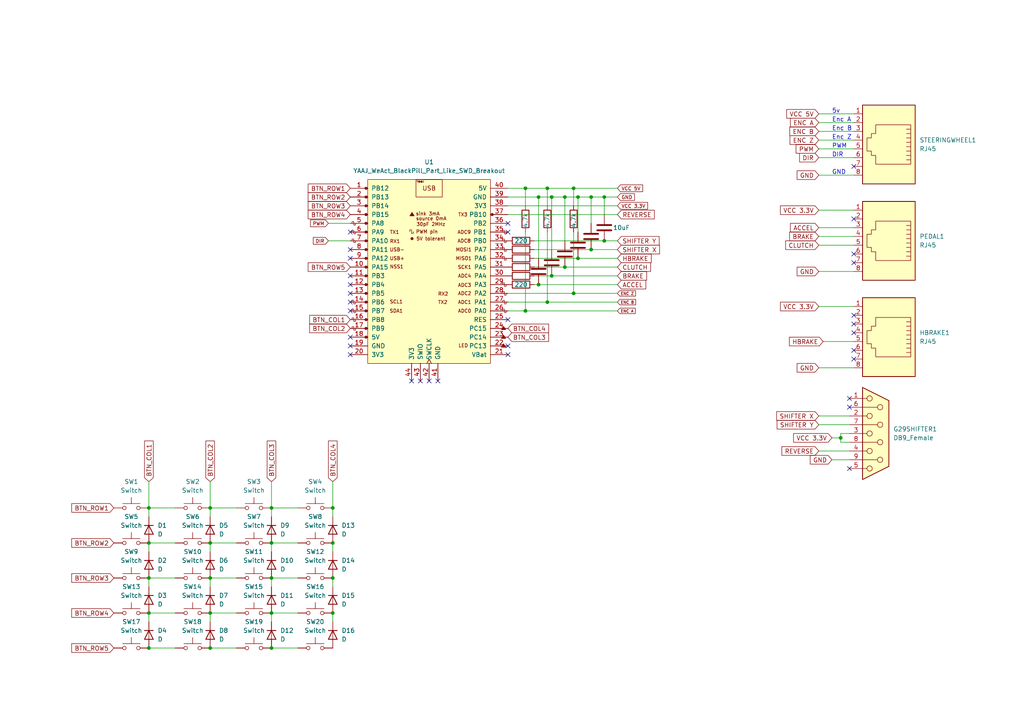
<source format=kicad_sch>
(kicad_sch (version 20211123) (generator eeschema)
  (paper "A4")
  (lib_symbols
    (symbol "Connector:DB9_Female" (pin_names (offset 1.016) hide)
      (property "Reference" "J" (at 0 13.97 0))
      (property "Value" "DB9_Female" (at 0 -14.605 0))
      (symbol "DB9_Female_0_1"
        (circle (center -1.778 -10.16) (radius 0.762))
        (circle (center -1.778 -5.08) (radius 0.762))
        (circle (center -1.778 0) (radius 0.762))
        (circle (center -1.778 5.08) (radius 0.762))
        (circle (center -1.778 10.16) (radius 0.762))
        (polyline (pts (xy -3.81 -10.16) (xy -2.54 -10.16)))
        (polyline (pts (xy -3.81 -7.62) (xy 0.508 -7.62)))
        (polyline (pts (xy -3.81 -5.08) (xy -2.54 -5.08)))
        (polyline (pts (xy -3.81 -2.54) (xy 0.508 -2.54)))
        (polyline (pts (xy -3.81 0) (xy -2.54 0)))
        (polyline (pts (xy -3.81 2.54) (xy 0.508 2.54)))
        (polyline (pts (xy -3.81 5.08) (xy -2.54 5.08)))
        (polyline (pts (xy -3.81 7.62) (xy 0.508 7.62)))
        (polyline (pts (xy -3.81 10.16) (xy -2.54 10.16)))
        (polyline (pts (xy -3.81 13.335) (xy -3.81 -13.335) (xy 3.81 -9.525) (xy 3.81 9.525) (xy -3.81 13.335)) (stroke (width 0.254)) (fill (type background)))
        (circle (center 1.27 -7.62) (radius 0.762))
        (circle (center 1.27 -2.54) (radius 0.762))
        (circle (center 1.27 2.54) (radius 0.762))
        (circle (center 1.27 7.62) (radius 0.762))
      )
      (symbol "DB9_Female_1_1"
        (pin passive line (at -7.62 10.16 0) (length 3.81) (name "1") (number "1"))
        (pin passive line (at -7.62 5.08 0) (length 3.81) (name "2") (number "2"))
        (pin passive line (at -7.62 0 0) (length 3.81) (name "3") (number "3"))
        (pin passive line (at -7.62 -5.08 0) (length 3.81) (name "4") (number "4"))
        (pin passive line (at -7.62 -10.16 0) (length 3.81) (name "5") (number "5"))
        (pin passive line (at -7.62 7.62 0) (length 3.81) (name "6") (number "6"))
        (pin passive line (at -7.62 2.54 0) (length 3.81) (name "7") (number "7"))
        (pin passive line (at -7.62 -2.54 0) (length 3.81) (name "8") (number "8"))
        (pin passive line (at -7.62 -7.62 0) (length 3.81) (name "9") (number "9"))
      )
    )
    (symbol "Connector:RJ45" (pin_names (offset 1.016))
      (property "Reference" "J" (at -5.08 13.97 0))
      (property "Value" "RJ45" (at 2.54 13.97 0))
      (symbol "RJ45_0_1"
        (polyline (pts (xy -5.08 4.445) (xy -6.35 4.445)))
        (polyline (pts (xy -5.08 5.715) (xy -6.35 5.715)))
        (polyline (pts (xy -6.35 -3.175) (xy -5.08 -3.175) (xy -5.08 -3.175)))
        (polyline (pts (xy -6.35 -1.905) (xy -5.08 -1.905) (xy -5.08 -1.905)))
        (polyline (pts (xy -6.35 -0.635) (xy -5.08 -0.635) (xy -5.08 -0.635)))
        (polyline (pts (xy -6.35 0.635) (xy -5.08 0.635) (xy -5.08 0.635)))
        (polyline (pts (xy -6.35 1.905) (xy -5.08 1.905) (xy -5.08 1.905)))
        (polyline (pts (xy -5.08 3.175) (xy -6.35 3.175) (xy -6.35 3.175)))
        (polyline (pts (xy -6.35 -4.445) (xy -6.35 6.985) (xy 3.81 6.985) (xy 3.81 4.445) (xy 5.08 4.445) (xy 5.08 3.175) (xy 6.35 3.175) (xy 6.35 -0.635) (xy 5.08 -0.635) (xy 5.08 -1.905) (xy 3.81 -1.905) (xy 3.81 -4.445) (xy -6.35 -4.445) (xy -6.35 -4.445)))
        (rectangle (start 7.62 12.7) (end -7.62 -10.16) (stroke (width 0.254)) (fill (type background)))
      )
      (symbol "RJ45_1_1"
        (pin passive line (at 10.16 -7.62 180) (length 2.54) (name "~") (number "1"))
        (pin passive line (at 10.16 -5.08 180) (length 2.54) (name "~") (number "2"))
        (pin passive line (at 10.16 -2.54 180) (length 2.54) (name "~") (number "3"))
        (pin passive line (at 10.16 0 180) (length 2.54) (name "~") (number "4"))
        (pin passive line (at 10.16 2.54 180) (length 2.54) (name "~") (number "5"))
        (pin passive line (at 10.16 5.08 180) (length 2.54) (name "~") (number "6"))
        (pin passive line (at 10.16 7.62 180) (length 2.54) (name "~") (number "7"))
        (pin passive line (at 10.16 10.16 180) (length 2.54) (name "~") (number "8"))
      )
    )
    (symbol "Device:C" (pin_numbers hide) (pin_names (offset 0.254))
      (property "Reference" "C" (at 0.635 2.54 0))
      (property "Value" "C" (at 0.635 -2.54 0))
      (symbol "C_0_1"
        (polyline (pts (xy -2.032 -0.762) (xy 2.032 -0.762)) (stroke (width 0.508)))
        (polyline (pts (xy -2.032 0.762) (xy 2.032 0.762)) (stroke (width 0.508)))
      )
      (symbol "C_1_1"
        (pin passive line (at 0 3.81 270) (length 2.794) (name "~") (number "1"))
        (pin passive line (at 0 -3.81 90) (length 2.794) (name "~") (number "2"))
      )
    )
    (symbol "Device:D" (pin_numbers hide) (pin_names (offset 1.016) hide)
      (property "Reference" "D" (at 0 2.54 0))
      (property "Value" "D" (at 0 -2.54 0))
      (symbol "D_0_1"
        (polyline (pts (xy -1.27 1.27) (xy -1.27 -1.27)) (stroke (width 0.254)))
        (polyline (pts (xy 1.27 0) (xy -1.27 0)))
        (polyline (pts (xy 1.27 1.27) (xy 1.27 -1.27) (xy -1.27 0) (xy 1.27 1.27)) (stroke (width 0.254)))
      )
      (symbol "D_1_1"
        (pin passive line (at -3.81 0 0) (length 2.54) (name "K") (number "1"))
        (pin passive line (at 3.81 0 180) (length 2.54) (name "A") (number "2"))
      )
    )
    (symbol "Device:R" (pin_numbers hide) (pin_names (offset 0))
      (property "Reference" "R" (at 2.032 0 90))
      (property "Value" "R" (at 0 0 90))
      (symbol "R_0_1"
        (rectangle (start -1.016 -2.54) (end 1.016 2.54) (stroke (width 0.254)))
      )
      (symbol "R_1_1"
        (pin passive line (at 0 3.81 270) (length 1.27) (name "~") (number "1"))
        (pin passive line (at 0 -3.81 90) (length 1.27) (name "~") (number "2"))
      )
    )
    (symbol "Switch:SW_Push" (pin_numbers hide) (pin_names (offset 1.016) hide)
      (property "Reference" "SW" (at 1.27 2.54 0))
      (property "Value" "SW_Push" (at 0 -1.524 0))
      (symbol "SW_Push_0_1"
        (circle (center -2.032 0) (radius 0.508))
        (polyline (pts (xy 0 1.27) (xy 0 3.048)))
        (polyline (pts (xy 2.54 1.27) (xy -2.54 1.27)))
        (circle (center 2.032 0) (radius 0.508))
        (pin passive line (at -5.08 0 0) (length 2.54) (name "1") (number "1"))
        (pin passive line (at 5.08 0 180) (length 2.54) (name "2") (number "2"))
      )
    )
    (symbol "YAAJ_WeAct_BlackPill_Part_Like_SWD_Breakout:YAAJ_WeAct_BlackPill_Part_Like_SWD_Breakout" (pin_names (offset 1.016))
      (property "Reference" "U" (at -17.526 27.94 0))
      (property "Value" "YAAJ_WeAct_BlackPill_Part_Like_SWD_Breakout" (at 9.144 27.94 0))
      (symbol "YAAJ_WeAct_BlackPill_Part_Like_SWD_Breakout_0_0"
        (circle (center -18.288 -20.32) (radius 0.3556) (fill (type outline)))
        (circle (center -18.288 -17.78) (radius 0.3556) (fill (type outline)))
        (circle (center -18.288 -15.24) (radius 0.3556) (fill (type outline)))
        (circle (center -18.288 -12.7) (radius 0.3556) (fill (type outline)))
        (circle (center -18.288 -10.16) (radius 0.3556) (fill (type outline)))
        (circle (center -18.288 -7.62) (radius 0.3556) (fill (type outline)))
        (circle (center -18.288 -5.08) (radius 0.3556) (fill (type outline)))
        (circle (center -18.288 -2.54) (radius 0.3556) (fill (type outline)))
        (circle (center -18.288 0) (radius 0.3556) (fill (type outline)))
        (circle (center -18.288 2.54) (radius 0.3556) (fill (type outline)))
        (circle (center -18.288 5.08) (radius 0.3556) (fill (type outline)))
        (circle (center -18.288 7.62) (radius 0.3556) (fill (type outline)))
        (circle (center -18.288 10.16) (radius 0.3556) (fill (type outline)))
        (circle (center -18.288 12.7) (radius 0.3556) (fill (type outline)))
        (circle (center -18.288 15.24) (radius 0.3556) (fill (type outline)))
        (circle (center -18.288 17.78) (radius 0.3556) (fill (type outline)))
        (circle (center -18.288 22.86) (radius 0.3556) (fill (type outline)))
        (circle (center -4.953 8.255) (radius 0.127) (fill (type outline)))
        (circle (center -4.953 8.255) (radius 0.254))
        (circle (center -4.953 8.255) (radius 0.3556))
        (polyline (pts (xy -5.588 14.859) (xy -4.953 15.875) (xy -4.318 14.859) (xy -5.588 14.859) (xy -4.953 15.748) (xy -4.445 14.859) (xy -5.461 14.986) (xy -4.953 15.621) (xy -4.572 14.859) (xy -5.334 15.113) (xy -4.826 15.494) (xy -4.699 14.859) (xy -5.207 15.24) (xy -4.699 15.367) (xy -4.826 14.986) (xy -5.08 15.24) (xy -4.826 15.113) (xy -4.953 15.367)))
        (polyline (pts (xy 20.955 -23.241) (xy 21.59 -22.225) (xy 22.225 -23.241) (xy 20.955 -23.241) (xy 21.59 -22.352) (xy 22.098 -23.241) (xy 21.082 -23.114) (xy 21.59 -22.479) (xy 21.971 -23.241) (xy 21.209 -22.987) (xy 21.717 -22.606) (xy 21.844 -23.241) (xy 21.336 -22.86) (xy 21.844 -22.733) (xy 21.717 -23.114) (xy 21.463 -22.86) (xy 21.717 -22.987) (xy 21.59 -22.733)))
        (polyline (pts (xy 20.955 -20.701) (xy 21.59 -19.685) (xy 22.225 -20.701) (xy 20.955 -20.701) (xy 21.59 -19.812) (xy 22.098 -20.701) (xy 21.082 -20.574) (xy 21.59 -19.939) (xy 21.971 -20.701) (xy 21.209 -20.447) (xy 21.717 -20.066) (xy 21.844 -20.701) (xy 21.336 -20.32) (xy 21.844 -20.193) (xy 21.717 -20.574) (xy 21.463 -20.32) (xy 21.717 -20.447) (xy 21.59 -20.193)))
        (polyline (pts (xy 20.955 -18.161) (xy 21.59 -17.145) (xy 22.225 -18.161) (xy 20.955 -18.161) (xy 21.59 -17.272) (xy 22.098 -18.161) (xy 21.082 -18.034) (xy 21.59 -17.399) (xy 21.971 -18.161) (xy 21.209 -17.907) (xy 21.717 -17.526) (xy 21.844 -18.161) (xy 21.336 -17.78) (xy 21.844 -17.653) (xy 21.717 -18.034) (xy 21.463 -17.78) (xy 21.717 -17.907) (xy 21.59 -17.653)))
        (circle (center 18.288 15.24) (radius 0.254) (fill (type outline)))
        (circle (center 18.288 15.24) (radius 0.3556))
        (text "30pF 2MHz" (at 0.508 12.446 0) (effects (font (size 0.9906 0.9906))))
        (text "5V tolerant" (at 0.508 8.255 0) (effects (font (size 0.9906 0.9906))))
        (text "ADC0" (at 10.287 -12.7 0) (effects (font (size 0.9906 0.9906))))
        (text "ADC1" (at 10.287 -10.16 0) (effects (font (size 0.9906 0.9906))))
        (text "ADC2" (at 10.287 -7.62 0) (effects (font (size 0.9906 0.9906))))
        (text "ADC3" (at 10.287 -5.207 0) (effects (font (size 0.9906 0.9906))))
        (text "ADC4" (at 10.287 -2.54 0) (effects (font (size 0.9906 0.9906))))
        (text "ADC8" (at 10.16 7.62 0) (effects (font (size 0.9906 0.9906))))
        (text "ADC9" (at 10.16 10.16 0) (effects (font (size 0.9906 0.9906))))
        (text "LED" (at 9.906 -22.733 0) (effects (font (size 0.9906 0.9906))))
        (text "MISO1" (at 10.033 2.54 0) (effects (font (size 0.9906 0.9906))))
        (text "MOSI1" (at 10.033 5.08 0) (effects (font (size 0.9906 0.9906))))
        (text "NSS1" (at -9.398 0.127 0) (effects (font (size 0.9906 0.9906))))
        (text "PWM pin" (at -0.635 10.287 0) (effects (font (size 0.9906 0.9906))))
        (text "RX1" (at -9.906 7.493 0) (effects (font (size 0.9906 0.9906))))
        (text "RX2" (at 4.064 -7.747 0) (effects (font (size 0.9906 0.9906))))
        (text "SCK1" (at 10.287 0 0) (effects (font (size 0.9906 0.9906))))
        (text "SCL1" (at -9.525 -10.033 0) (effects (font (size 0.9906 0.9906))))
        (text "SDA1" (at -9.525 -12.7 0) (effects (font (size 0.9906 0.9906))))
        (text "sink 3mA" (at -0.381 15.494 0) (effects (font (size 0.9906 0.9906))))
        (text "source 0mA" (at 0.635 14.097 0) (effects (font (size 0.9906 0.9906))))
        (text "TX1" (at -10.033 10.16 0) (effects (font (size 0.9906 0.9906))))
        (text "TX2" (at 3.937 -10.16 0) (effects (font (size 0.9906 0.9906))))
        (text "TX3" (at 9.779 15.24 0) (effects (font (size 0.9906 0.9906))))
        (text "USB" (at 0 22.86 0) (effects (font (size 1.27 1.27))))
        (text "USB+" (at -9.271 2.54 0) (effects (font (size 0.9906 0.9906))))
        (text "USB-" (at -9.271 5.08 0) (effects (font (size 0.9906 0.9906))))
        (text "Y@@J" (at -2.5654 24.8412 0) (effects (font (size 0.508 0.508))))
      )
      (symbol "YAAJ_WeAct_BlackPill_Part_Like_SWD_Breakout_0_1"
        (rectangle (start -17.78 25.4) (end 17.78 -27.94) (fill (type background)))
        (polyline (pts (xy -21.336 -17.78) (xy -21.336 -18.288) (xy -21.844 -18.288) (xy -21.844 -17.272) (xy -22.352 -17.272) (xy -22.352 -17.78)))
        (polyline (pts (xy -21.336 -15.24) (xy -21.336 -15.748) (xy -21.844 -15.748) (xy -21.844 -14.732) (xy -22.352 -14.732) (xy -22.352 -15.24)))
        (polyline (pts (xy -21.336 -12.7) (xy -21.336 -13.208) (xy -21.844 -13.208) (xy -21.844 -12.192) (xy -22.352 -12.192) (xy -22.352 -12.7)))
        (polyline (pts (xy -21.336 -10.16) (xy -21.336 -10.668) (xy -21.844 -10.668) (xy -21.844 -9.652) (xy -22.352 -9.652) (xy -22.352 -10.16)))
        (polyline (pts (xy -21.336 7.62) (xy -21.336 7.112) (xy -21.844 7.112) (xy -21.844 8.128) (xy -22.352 8.128) (xy -22.352 7.62)))
        (polyline (pts (xy -21.336 10.16) (xy -21.336 9.652) (xy -21.844 9.652) (xy -21.844 10.668) (xy -22.352 10.668) (xy -22.352 10.16)))
        (polyline (pts (xy -21.336 12.7) (xy -21.336 12.192) (xy -21.844 12.192) (xy -21.844 13.208) (xy -22.352 13.208) (xy -22.352 12.7)))
        (polyline (pts (xy -4.572 10.287) (xy -4.572 9.779) (xy -5.08 9.779) (xy -5.08 10.795) (xy -5.588 10.795) (xy -5.588 10.287)))
        (polyline (pts (xy 22.352 -12.7) (xy 22.352 -13.208) (xy 21.844 -13.208) (xy 21.844 -12.192) (xy 21.336 -12.192) (xy 21.336 -12.7)))
        (polyline (pts (xy 22.352 -10.16) (xy 22.352 -10.668) (xy 21.844 -10.668) (xy 21.844 -9.652) (xy 21.336 -9.652) (xy 21.336 -10.16)))
        (polyline (pts (xy 22.352 -7.62) (xy 22.352 -8.128) (xy 21.844 -8.128) (xy 21.844 -7.112) (xy 21.336 -7.112) (xy 21.336 -7.62)))
        (polyline (pts (xy 22.352 -5.08) (xy 22.352 -5.588) (xy 21.844 -5.588) (xy 21.844 -4.572) (xy 21.336 -4.572) (xy 21.336 -5.08)))
        (polyline (pts (xy 22.352 2.54) (xy 22.352 2.032) (xy 21.844 2.032) (xy 21.844 3.048) (xy 21.336 3.048) (xy 21.336 2.54)))
        (polyline (pts (xy 22.352 5.08) (xy 22.352 4.572) (xy 21.844 4.572) (xy 21.844 5.588) (xy 21.336 5.588) (xy 21.336 5.08)))
        (polyline (pts (xy 22.352 7.62) (xy 22.352 7.112) (xy 21.844 7.112) (xy 21.844 8.128) (xy 21.336 8.128) (xy 21.336 7.62)))
        (polyline (pts (xy 22.352 10.16) (xy 22.352 9.652) (xy 21.844 9.652) (xy 21.844 10.668) (xy 21.336 10.668) (xy 21.336 10.16)))
        (rectangle (start 3.81 25.4) (end -3.81 20.32))
      )
      (symbol "YAAJ_WeAct_BlackPill_Part_Like_SWD_Breakout_1_1"
        (circle (center -18.288 20.32) (radius 0.3556) (fill (type outline)))
        (pin bidirectional line (at -22.86 22.86 0) (length 5.08) (name "PB12") (number "1"))
        (pin bidirectional line (at -22.86 0 0) (length 5.08) (name "PA15") (number "10"))
        (pin bidirectional line (at -22.86 -2.54 0) (length 5.08) (name "PB3") (number "11"))
        (pin bidirectional line (at -22.86 -5.08 0) (length 5.08) (name "PB4") (number "12"))
        (pin bidirectional line (at -22.86 -7.62 0) (length 5.08) (name "PB5") (number "13"))
        (pin bidirectional line (at -22.86 -10.16 0) (length 5.08) (name "PB6") (number "14"))
        (pin bidirectional line (at -22.86 -12.7 0) (length 5.08) (name "PB7") (number "15"))
        (pin bidirectional line (at -22.86 -15.24 0) (length 5.08) (name "PB8") (number "16"))
        (pin bidirectional line (at -22.86 -17.78 0) (length 5.08) (name "PB9") (number "17"))
        (pin power_in line (at -22.86 -20.32 0) (length 5.08) (name "5V") (number "18"))
        (pin power_in line (at -22.86 -22.86 0) (length 5.08) (name "GND") (number "19"))
        (pin bidirectional line (at -22.86 20.32 0) (length 5.08) (name "PB13") (number "2"))
        (pin power_in line (at -22.86 -25.4 0) (length 5.08) (name "3V3") (number "20"))
        (pin power_in line (at 22.86 -25.4 180) (length 5.08) (name "VBat") (number "21"))
        (pin bidirectional line (at 22.86 -22.86 180) (length 5.08) (name "PC13") (number "22"))
        (pin bidirectional line (at 22.86 -20.32 180) (length 5.08) (name "PC14") (number "23"))
        (pin bidirectional line (at 22.86 -17.78 180) (length 5.08) (name "PC15") (number "24"))
        (pin input line (at 22.86 -15.24 180) (length 5.08) (name "RES") (number "25"))
        (pin bidirectional line (at 22.86 -12.7 180) (length 5.08) (name "PA0") (number "26"))
        (pin bidirectional line (at 22.86 -10.16 180) (length 5.08) (name "PA1") (number "27"))
        (pin bidirectional line (at 22.86 -7.62 180) (length 5.08) (name "PA2") (number "28"))
        (pin bidirectional line (at 22.86 -5.08 180) (length 5.08) (name "PA3") (number "29"))
        (pin bidirectional line (at -22.86 17.78 0) (length 5.08) (name "PB14") (number "3"))
        (pin bidirectional line (at 22.86 -2.54 180) (length 5.08) (name "PA4") (number "30"))
        (pin bidirectional line (at 22.86 0 180) (length 5.08) (name "PA5") (number "31"))
        (pin bidirectional line (at 22.86 2.54 180) (length 5.08) (name "PA6") (number "32"))
        (pin bidirectional line (at 22.86 5.08 180) (length 5.08) (name "PA7") (number "33"))
        (pin bidirectional line (at 22.86 7.62 180) (length 5.08) (name "PB0") (number "34"))
        (pin bidirectional line (at 22.86 10.16 180) (length 5.08) (name "PB1") (number "35"))
        (pin bidirectional line (at 22.86 12.7 180) (length 5.08) (name "PB2") (number "36"))
        (pin bidirectional line (at 22.86 15.24 180) (length 5.08) (name "PB10") (number "37"))
        (pin power_in line (at 22.86 17.78 180) (length 5.08) (name "3V3") (number "38"))
        (pin power_in line (at 22.86 20.32 180) (length 5.08) (name "GND") (number "39"))
        (pin bidirectional line (at -22.86 15.24 0) (length 5.08) (name "PB15") (number "4"))
        (pin power_in line (at 22.86 22.86 180) (length 5.08) (name "5V") (number "40"))
        (pin power_in line (at 2.54 -33.02 90) (length 5.08) (name "GND") (number "41"))
        (pin bidirectional clock (at 0 -33.02 90) (length 5.08) (name "SWCLK") (number "42"))
        (pin bidirectional line (at -2.54 -33.02 90) (length 5.08) (name "SWIO") (number "43"))
        (pin power_in line (at -5.08 -33.02 90) (length 5.08) (name "3V3") (number "44"))
        (pin bidirectional line (at -22.86 12.7 0) (length 5.08) (name "PA8") (number "5"))
        (pin bidirectional line (at -22.86 10.16 0) (length 5.08) (name "PA9") (number "6"))
        (pin bidirectional line (at -22.86 7.62 0) (length 5.08) (name "PA10") (number "7"))
        (pin bidirectional line (at -22.86 5.08 0) (length 5.08) (name "PA11") (number "8"))
        (pin bidirectional line (at -22.86 2.54 0) (length 5.08) (name "PA12") (number "9"))
      )
    )
  )
  (junction (at 166.37 85.09))
  (junction (at 243.84 127))
  (junction (at 60.96 177.8))
  (junction (at 96.52 167.64))
  (junction (at 60.96 187.96))
  (junction (at 60.96 157.48))
  (junction (at 166.37 54.61))
  (junction (at 163.83 77.47))
  (junction (at 96.52 177.8))
  (junction (at 43.18 167.64))
  (junction (at 78.74 147.32))
  (junction (at 152.4 90.17))
  (junction (at 175.26 69.85))
  (junction (at 167.64 57.15))
  (junction (at 156.21 82.55))
  (junction (at 60.96 147.32))
  (junction (at 96.52 157.48))
  (junction (at 78.74 167.64))
  (junction (at 43.18 187.96))
  (junction (at 160.02 80.01))
  (junction (at 152.4 54.61))
  (junction (at 163.83 57.15))
  (junction (at 171.45 57.15))
  (junction (at 171.45 72.39))
  (junction (at 160.02 57.15))
  (junction (at 175.26 57.15))
  (junction (at 43.18 147.32))
  (junction (at 156.21 57.15))
  (junction (at 43.18 157.48))
  (junction (at 158.75 87.63))
  (junction (at 43.18 177.8))
  (junction (at 167.64 74.93))
  (junction (at 78.74 177.8))
  (junction (at 78.74 187.96))
  (junction (at 78.74 157.48))
  (junction (at 158.75 54.61))
  (junction (at 60.96 167.64))
  (junction (at 96.52 147.32))
  (no_connect (at 247.65 48.26))
  (no_connect (at 247.65 76.2))
  (no_connect (at 247.65 73.66))
  (no_connect (at 247.65 63.5))
  (no_connect (at 247.65 104.14))
  (no_connect (at 247.65 101.6))
  (no_connect (at 247.65 96.52))
  (no_connect (at 247.65 93.98))
  (no_connect (at 247.65 91.44))
  (no_connect (at 246.38 115.57))
  (no_connect (at 246.38 118.11))
  (no_connect (at 246.38 135.89))
  (no_connect (at 101.6 85.09))
  (no_connect (at 101.6 82.55))
  (no_connect (at 101.6 80.01))
  (no_connect (at 101.6 74.93))
  (no_connect (at 101.6 72.39))
  (no_connect (at 101.6 67.31))
  (no_connect (at 101.6 87.63))
  (no_connect (at 101.6 90.17))
  (no_connect (at 101.6 97.79))
  (no_connect (at 101.6 102.87))
  (no_connect (at 101.6 100.33))
  (no_connect (at 147.32 102.87))
  (no_connect (at 147.32 100.33))
  (no_connect (at 147.32 92.71))
  (no_connect (at 147.32 67.31))
  (no_connect (at 147.32 64.77))
  (no_connect (at 127 110.49))
  (no_connect (at 124.46 110.49))
  (no_connect (at 121.92 110.49))
  (no_connect (at 119.38 110.49))
  (wire (pts (xy 43.18 147.32) (xy 43.18 149.86)))
  (wire (pts (xy 156.21 57.15) (xy 156.21 74.93)))
  (wire (pts (xy 43.18 177.8) (xy 50.8 177.8)))
  (wire (pts (xy 163.83 57.15) (xy 163.83 69.85)))
  (wire (pts (xy 60.96 157.48) (xy 60.96 160.02)))
  (wire (pts (xy 237.49 66.04) (xy 247.65 66.04)))
  (wire (pts (xy 43.18 187.96) (xy 50.8 187.96)))
  (wire (pts (xy 237.49 106.68) (xy 247.65 106.68)))
  (wire (pts (xy 147.32 90.17) (xy 152.4 90.17)))
  (wire (pts (xy 60.96 177.8) (xy 60.96 180.34)))
  (wire (pts (xy 78.74 167.64) (xy 78.74 170.18)))
  (wire (pts (xy 60.96 177.8) (xy 68.58 177.8)))
  (wire (pts (xy 160.02 57.15) (xy 163.83 57.15)))
  (wire (pts (xy 154.94 82.55) (xy 156.21 82.55)))
  (wire (pts (xy 163.83 57.15) (xy 167.64 57.15)))
  (wire (pts (xy 171.45 57.15) (xy 175.26 57.15)))
  (wire (pts (xy 96.52 167.64) (xy 96.52 170.18)))
  (wire (pts (xy 152.4 90.17) (xy 179.07 90.17)))
  (wire (pts (xy 175.26 57.15) (xy 175.26 62.23)))
  (wire (pts (xy 154.94 80.01) (xy 160.02 80.01)))
  (wire (pts (xy 60.96 167.64) (xy 60.96 170.18)))
  (wire (pts (xy 166.37 67.31) (xy 166.37 85.09)))
  (wire (pts (xy 167.64 57.15) (xy 167.64 67.31)))
  (wire (pts (xy 167.64 74.93) (xy 179.07 74.93)))
  (wire (pts (xy 78.74 177.8) (xy 86.36 177.8)))
  (wire (pts (xy 60.96 147.32) (xy 60.96 149.86)))
  (wire (pts (xy 147.32 85.09) (xy 166.37 85.09)))
  (wire (pts (xy 160.02 72.39) (xy 160.02 57.15)))
  (wire (pts (xy 147.32 54.61) (xy 152.4 54.61)))
  (wire (pts (xy 158.75 67.31) (xy 158.75 87.63)))
  (wire (pts (xy 167.64 57.15) (xy 171.45 57.15)))
  (wire (pts (xy 147.32 57.15) (xy 156.21 57.15)))
  (wire (pts (xy 78.74 157.48) (xy 86.36 157.48)))
  (wire (pts (xy 237.49 35.56) (xy 247.65 35.56)))
  (wire (pts (xy 246.38 125.73) (xy 243.84 125.73)))
  (wire (pts (xy 237.49 33.02) (xy 247.65 33.02)))
  (wire (pts (xy 237.49 71.12) (xy 247.65 71.12)))
  (wire (pts (xy 43.18 167.64) (xy 50.8 167.64)))
  (wire (pts (xy 96.52 139.7) (xy 96.52 147.32)))
  (wire (pts (xy 158.75 87.63) (xy 179.07 87.63)))
  (wire (pts (xy 96.52 147.32) (xy 96.52 149.86)))
  (wire (pts (xy 60.96 157.48) (xy 68.58 157.48)))
  (wire (pts (xy 60.96 167.64) (xy 68.58 167.64)))
  (wire (pts (xy 160.02 80.01) (xy 179.07 80.01)))
  (wire (pts (xy 43.18 139.7) (xy 43.18 147.32)))
  (wire (pts (xy 60.96 187.96) (xy 68.58 187.96)))
  (wire (pts (xy 238.76 99.06) (xy 247.65 99.06)))
  (wire (pts (xy 156.21 82.55) (xy 179.07 82.55)))
  (wire (pts (xy 237.49 120.65) (xy 246.38 120.65)))
  (wire (pts (xy 78.74 167.64) (xy 86.36 167.64)))
  (wire (pts (xy 147.32 87.63) (xy 158.75 87.63)))
  (wire (pts (xy 43.18 157.48) (xy 50.8 157.48)))
  (wire (pts (xy 237.49 123.19) (xy 246.38 123.19)))
  (wire (pts (xy 237.49 38.1) (xy 247.65 38.1)))
  (wire (pts (xy 78.74 177.8) (xy 78.74 180.34)))
  (wire (pts (xy 237.49 40.64) (xy 247.65 40.64)))
  (wire (pts (xy 78.74 147.32) (xy 78.74 149.86)))
  (wire (pts (xy 175.26 69.85) (xy 179.07 69.85)))
  (wire (pts (xy 237.49 78.74) (xy 247.65 78.74)))
  (wire (pts (xy 163.83 77.47) (xy 179.07 77.47)))
  (wire (pts (xy 147.32 59.69) (xy 179.07 59.69)))
  (wire (pts (xy 43.18 167.64) (xy 43.18 170.18)))
  (wire (pts (xy 237.49 68.58) (xy 247.65 68.58)))
  (wire (pts (xy 154.94 72.39) (xy 171.45 72.39)))
  (wire (pts (xy 152.4 67.31) (xy 152.4 90.17)))
  (wire (pts (xy 237.49 43.18) (xy 247.65 43.18)))
  (wire (pts (xy 95.25 64.77) (xy 101.6 64.77)))
  (wire (pts (xy 237.49 50.8) (xy 247.65 50.8)))
  (wire (pts (xy 237.49 60.96) (xy 247.65 60.96)))
  (wire (pts (xy 166.37 54.61) (xy 179.07 54.61)))
  (wire (pts (xy 156.21 57.15) (xy 160.02 57.15)))
  (wire (pts (xy 237.49 45.72) (xy 247.65 45.72)))
  (wire (pts (xy 154.94 69.85) (xy 175.26 69.85)))
  (wire (pts (xy 241.3 133.35) (xy 246.38 133.35)))
  (wire (pts (xy 43.18 177.8) (xy 43.18 180.34)))
  (wire (pts (xy 166.37 54.61) (xy 166.37 59.69)))
  (wire (pts (xy 96.52 157.48) (xy 96.52 160.02)))
  (wire (pts (xy 241.3 127) (xy 243.84 127)))
  (wire (pts (xy 171.45 64.77) (xy 171.45 57.15)))
  (wire (pts (xy 147.32 62.23) (xy 179.07 62.23)))
  (wire (pts (xy 95.25 69.85) (xy 101.6 69.85)))
  (wire (pts (xy 43.18 147.32) (xy 50.8 147.32)))
  (wire (pts (xy 171.45 72.39) (xy 179.07 72.39)))
  (wire (pts (xy 158.75 54.61) (xy 166.37 54.61)))
  (wire (pts (xy 60.96 139.7) (xy 60.96 147.32)))
  (wire (pts (xy 166.37 85.09) (xy 179.07 85.09)))
  (wire (pts (xy 237.49 88.9) (xy 247.65 88.9)))
  (wire (pts (xy 152.4 54.61) (xy 152.4 59.69)))
  (wire (pts (xy 152.4 54.61) (xy 158.75 54.61)))
  (wire (pts (xy 78.74 187.96) (xy 86.36 187.96)))
  (wire (pts (xy 243.84 127) (xy 243.84 128.27)))
  (wire (pts (xy 243.84 128.27) (xy 246.38 128.27)))
  (wire (pts (xy 78.74 157.48) (xy 78.74 160.02)))
  (wire (pts (xy 78.74 139.7) (xy 78.74 147.32)))
  (wire (pts (xy 154.94 74.93) (xy 167.64 74.93)))
  (wire (pts (xy 158.75 54.61) (xy 158.75 59.69)))
  (wire (pts (xy 175.26 57.15) (xy 179.07 57.15)))
  (wire (pts (xy 43.18 157.48) (xy 43.18 160.02)))
  (wire (pts (xy 78.74 147.32) (xy 86.36 147.32)))
  (wire (pts (xy 237.49 130.81) (xy 246.38 130.81)))
  (wire (pts (xy 243.84 125.73) (xy 243.84 127)))
  (wire (pts (xy 96.52 177.8) (xy 96.52 180.34)))
  (wire (pts (xy 154.94 77.47) (xy 163.83 77.47)))
  (wire (pts (xy 60.96 147.32) (xy 68.58 147.32)))
  (text "Enc A" (at 241.3 35.56 0) (effects (font (size 1.27 1.27)) (justify left bottom)))
  (text "5v\n" (at 241.3 33.02 0) (effects (font (size 1.27 1.27)) (justify left bottom)))
  (text "PWM" (at 241.3 43.18 0) (effects (font (size 1.27 1.27)) (justify left bottom)))
  (text "DIR" (at 241.3 45.72 0) (effects (font (size 1.27 1.27)) (justify left bottom)))
  (text "GND" (at 241.3 50.8 0) (effects (font (size 1.27 1.27)) (justify left bottom)))
  (text "Enc Z" (at 241.3 40.64 0) (effects (font (size 1.27 1.27)) (justify left bottom)))
  (text "Enc B" (at 241.3 38.1 0) (effects (font (size 1.27 1.27)) (justify left bottom)))
  (global_label "ENC Z" (shape input) (at 237.49 40.64 180) (property "Intersheet References" "${INTERSHEET_REFS}" (effects hide)))
  (global_label "BTN_ROW1" (shape input) (at 101.6 54.61 180) (property "Intersheet References" "${INTERSHEET_REFS}" (effects hide)))
  (global_label "GND" (shape input) (at 179.07 57.15 0) (effects (font (size 1 1))) (property "Intersheet References" "${INTERSHEET_REFS}" (effects hide)))
  (global_label "ACCEL" (shape input) (at 179.07 82.55 0) (property "Intersheet References" "${INTERSHEET_REFS}" (effects hide)))
  (global_label "BTN_ROW1" (shape input) (at 33.02 147.32 180) (property "Intersheet References" "${INTERSHEET_REFS}" (effects hide)))
  (global_label "BTN_ROW2" (shape input) (at 101.6 57.15 180) (property "Intersheet References" "${INTERSHEET_REFS}" (effects hide)))
  (global_label "PWM" (shape input) (at 95.25 64.77 180) (effects (font (size 1 1))) (property "Intersheet References" "${INTERSHEET_REFS}" (effects hide)))
  (global_label "BRAKE" (shape input) (at 179.07 80.01 0) (property "Intersheet References" "${INTERSHEET_REFS}" (effects hide)))
  (global_label "BTN_ROW2" (shape input) (at 33.02 157.48 180) (property "Intersheet References" "${INTERSHEET_REFS}" (effects hide)))
  (global_label "ACCEL" (shape input) (at 237.49 66.04 180) (property "Intersheet References" "${INTERSHEET_REFS}" (effects hide)))
  (global_label "HBRAKE" (shape input) (at 238.76 99.06 180) (property "Intersheet References" "${INTERSHEET_REFS}" (effects hide)))
  (global_label "VCC 3.3V" (shape input) (at 179.07 59.69 0) (effects (font (size 1 1))) (property "Intersheet References" "${INTERSHEET_REFS}" (effects hide)))
  (global_label "VCC 5V" (shape input) (at 179.07 54.61 0) (effects (font (size 1 1))) (property "Intersheet References" "${INTERSHEET_REFS}" (effects hide)))
  (global_label "BRAKE" (shape input) (at 237.49 68.58 180) (property "Intersheet References" "${INTERSHEET_REFS}" (effects hide)))
  (global_label "VCC 3.3V" (shape input) (at 237.49 60.96 180) (property "Intersheet References" "${INTERSHEET_REFS}" (effects hide)))
  (global_label "VCC 5V" (shape input) (at 237.49 33.02 180) (property "Intersheet References" "${INTERSHEET_REFS}" (effects hide)))
  (global_label "PWM" (shape input) (at 237.49 43.18 180) (property "Intersheet References" "${INTERSHEET_REFS}" (effects hide)))
  (global_label "VCC 3.3V" (shape input) (at 237.49 88.9 180) (property "Intersheet References" "${INTERSHEET_REFS}" (effects hide)))
  (global_label "GND" (shape input) (at 241.3 133.35 180) (property "Intersheet References" "${INTERSHEET_REFS}" (effects hide)))
  (global_label "SHIFTER Y" (shape input) (at 237.49 123.19 180) (property "Intersheet References" "${INTERSHEET_REFS}" (effects hide)))
  (global_label "ENC A" (shape input) (at 237.49 35.56 180) (property "Intersheet References" "${INTERSHEET_REFS}" (effects hide)))
  (global_label "BTN_COL2" (shape input) (at 60.96 139.7 90) (property "Intersheet References" "${INTERSHEET_REFS}" (effects hide)))
  (global_label "BTN_COL1" (shape input) (at 101.6 92.71 180) (property "Intersheet References" "${INTERSHEET_REFS}" (effects hide)))
  (global_label "BTN_COL1" (shape input) (at 43.18 139.7 90) (property "Intersheet References" "${INTERSHEET_REFS}" (effects hide)))
  (global_label "SHIFTER X" (shape input) (at 179.07 72.39 0) (property "Intersheet References" "${INTERSHEET_REFS}" (effects hide)))
  (global_label "DIR" (shape input) (at 237.49 45.72 180) (property "Intersheet References" "${INTERSHEET_REFS}" (effects hide)))
  (global_label "VCC 3.3V" (shape input) (at 241.3 127 180) (property "Intersheet References" "${INTERSHEET_REFS}" (effects hide)))
  (global_label "ENC B" (shape input) (at 237.49 38.1 180) (property "Intersheet References" "${INTERSHEET_REFS}" (effects hide)))
  (global_label "GND" (shape input) (at 237.49 50.8 180) (property "Intersheet References" "${INTERSHEET_REFS}" (effects hide)))
  (global_label "BTN_COL3" (shape input) (at 147.32 97.79 0) (property "Intersheet References" "${INTERSHEET_REFS}" (effects hide)))
  (global_label "CLUTCH" (shape input) (at 237.49 71.12 180) (property "Intersheet References" "${INTERSHEET_REFS}" (effects hide)))
  (global_label "REVERSE" (shape input) (at 179.07 62.23 0) (property "Intersheet References" "${INTERSHEET_REFS}" (effects hide)))
  (global_label "GND" (shape input) (at 237.49 106.68 180) (property "Intersheet References" "${INTERSHEET_REFS}" (effects hide)))
  (global_label "BTN_ROW4" (shape input) (at 33.02 177.8 180) (property "Intersheet References" "${INTERSHEET_REFS}" (effects hide)))
  (global_label "SHIFTER Y" (shape input) (at 179.07 69.85 0) (property "Intersheet References" "${INTERSHEET_REFS}" (effects hide)))
  (global_label "BTN_COL3" (shape input) (at 78.74 139.7 90) (property "Intersheet References" "${INTERSHEET_REFS}" (effects hide)))
  (global_label "SHIFTER X" (shape input) (at 237.49 120.65 180) (property "Intersheet References" "${INTERSHEET_REFS}" (effects hide)))
  (global_label "BTN_ROW4" (shape input) (at 101.6 62.23 180) (property "Intersheet References" "${INTERSHEET_REFS}" (effects hide)))
  (global_label "GND" (shape input) (at 237.49 78.74 180) (property "Intersheet References" "${INTERSHEET_REFS}" (effects hide)))
  (global_label "REVERSE" (shape input) (at 237.49 130.81 180) (property "Intersheet References" "${INTERSHEET_REFS}" (effects hide)))
  (global_label "BTN_ROW3" (shape input) (at 101.6 59.69 180) (property "Intersheet References" "${INTERSHEET_REFS}" (effects hide)))
  (global_label "BTN_COL4" (shape input) (at 96.52 139.7 90) (property "Intersheet References" "${INTERSHEET_REFS}" (effects hide)))
  (global_label "DIR" (shape input) (at 95.25 69.85 180) (effects (font (size 1 1))) (property "Intersheet References" "${INTERSHEET_REFS}" (effects hide)))
  (global_label "BTN_ROW5" (shape input) (at 101.6 77.47 180) (property "Intersheet References" "${INTERSHEET_REFS}" (effects hide)))
  (global_label "ENC A" (shape input) (at 179.07 90.17 0) (effects (font (size 0.8 0.8))) (property "Intersheet References" "${INTERSHEET_REFS}" (effects hide)))
  (global_label "BTN_ROW5" (shape input) (at 33.02 187.96 180) (property "Intersheet References" "${INTERSHEET_REFS}" (effects hide)))
  (global_label "ENC B" (shape input) (at 179.07 87.63 0) (effects (font (size 0.8 0.8))) (property "Intersheet References" "${INTERSHEET_REFS}" (effects hide)))
  (global_label "HBRAKE" (shape input) (at 179.07 74.93 0) (property "Intersheet References" "${INTERSHEET_REFS}" (effects hide)))
  (global_label "ENC Z" (shape input) (at 179.07 85.09 0) (effects (font (size 0.8 0.8))) (property "Intersheet References" "${INTERSHEET_REFS}" (effects hide)))
  (global_label "BTN_ROW3" (shape input) (at 33.02 167.64 180) (property "Intersheet References" "${INTERSHEET_REFS}" (effects hide)))
  (global_label "CLUTCH" (shape input) (at 179.07 77.47 0) (property "Intersheet References" "${INTERSHEET_REFS}" (effects hide)))
  (global_label "BTN_COL4" (shape input) (at 147.32 95.25 0) (property "Intersheet References" "${INTERSHEET_REFS}" (effects hide)))
  (global_label "BTN_COL2" (shape input) (at 101.6 95.25 180) (property "Intersheet References" "${INTERSHEET_REFS}" (effects hide)))
  (symbol (lib_id "Device:D") (at 60.96 163.83 270) (unit 1)
    (property "Reference" "D6" (at 63.5 162.5599 90) (effects (justify left)))
    (property "Value" "D" (at 63.5 165.0999 90) (effects (justify left)))
  )
  (symbol (lib_id "Device:C") (at 175.26 66.04 0) (unit 1)
    (property "Reference" "C6" (effects hide))
    (property "Value" "10uF" (at 177.8 66.04 0) (effects (justify left)))
    (property "Footprint" "Capacitor_THT:C_Disc_D5.0mm_W2.5mm_P5.00mm" (effects hide))
  )
  (symbol (lib_id "Switch:SW_Push") (at 73.66 187.96 0) (unit 1)
    (property "Reference" "SW19" (at 73.66 180.34 0))
    (property "Value" "Switch" (at 73.66 182.88 0))
  )
  (symbol (lib_id "Device:R") (at 151.13 69.85 270) (unit 1)
    (property "Reference" "R9" (effects hide))
    (property "Value" "220" (at 151.13 69.85 90))
    (property "Footprint" "Resistor_THT:R_Box_L8.4mm_W2.5mm_P5.08mm" (effects hide))
  )
  (symbol (lib_id "Device:C") (at 160.02 76.2 0) (unit 1)
    (property "Reference" "C2" (effects hide))
    (property "Value" "10uF" (effects hide))
    (property "Footprint" "Capacitor_THT:C_Disc_D5.0mm_W2.5mm_P5.00mm" (effects hide))
  )
  (symbol (lib_id "Switch:SW_Push") (at 91.44 157.48 0) (unit 1)
    (property "Reference" "SW8" (at 91.44 149.86 0))
    (property "Value" "Switch" (at 91.44 152.4 0))
  )
  (symbol (lib_id "Device:R") (at 151.13 72.39 270) (unit 1)
    (property "Reference" "R8" (effects hide))
    (property "Value" "220" (effects hide))
    (property "Footprint" "Resistor_THT:R_Box_L8.4mm_W2.5mm_P5.08mm" (effects hide))
  )
  (symbol (lib_id "Device:C") (at 163.83 73.66 0) (unit 1)
    (property "Reference" "C3" (effects hide))
    (property "Value" "10uF" (effects hide))
    (property "Footprint" "Capacitor_THT:C_Disc_D5.0mm_W2.5mm_P5.00mm" (effects hide))
  )
  (symbol (lib_id "Device:D") (at 60.96 173.99 270) (unit 1)
    (property "Reference" "D7" (at 63.5 172.7199 90) (effects (justify left)))
    (property "Value" "D" (at 63.5 175.2599 90) (effects (justify left)))
  )
  (symbol (lib_id "Device:R") (at 166.37 63.5 0) (unit 1)
    (property "Reference" "R3" (effects hide))
    (property "Value" "4.7k" (at 166.37 66.04 90) (effects (justify left)))
    (property "Footprint" "Resistor_THT:R_Box_L8.4mm_W2.5mm_P5.08mm" (effects hide))
  )
  (symbol (lib_id "Device:D") (at 43.18 153.67 270) (unit 1)
    (property "Reference" "D1" (at 45.72 152.3999 90) (effects (justify left)))
    (property "Value" "D" (at 45.72 154.9399 90) (effects (justify left)))
  )
  (symbol (lib_id "Device:R") (at 152.4 63.5 0) (unit 1)
    (property "Reference" "R1" (effects hide))
    (property "Value" "4.7k" (at 152.4 66.04 90) (effects (justify left)))
    (property "Footprint" "Resistor_THT:R_Box_L8.4mm_W2.5mm_P5.08mm" (effects hide))
  )
  (symbol (lib_id "Connector:RJ45") (at 257.81 96.52 180) (unit 1)
    (property "Reference" "HBRAKE1" (at 266.7 96.5199 0) (effects (justify right)))
    (property "Value" "RJ45" (at 266.7 99.0599 0) (effects (justify right)))
    (property "Footprint" "RJ45_Hanrun_HR911105A" (effects hide))
  )
  (symbol (lib_id "Device:D") (at 96.52 163.83 270) (unit 1)
    (property "Reference" "D14" (at 99.06 162.5599 90) (effects (justify left)))
    (property "Value" "D" (at 99.06 165.0999 90) (effects (justify left)))
  )
  (symbol (lib_id "Device:D") (at 78.74 184.15 270) (unit 1)
    (property "Reference" "D12" (at 81.28 182.8799 90) (effects (justify left)))
    (property "Value" "D" (at 81.28 185.4199 90) (effects (justify left)))
  )
  (symbol (lib_id "Device:D") (at 43.18 184.15 270) (unit 1)
    (property "Reference" "D4" (at 45.72 182.8799 90) (effects (justify left)))
    (property "Value" "D" (at 45.72 185.4199 90) (effects (justify left)))
  )
  (symbol (lib_id "Device:D") (at 60.96 184.15 270) (unit 1)
    (property "Reference" "D8" (at 63.5 182.8799 90) (effects (justify left)))
    (property "Value" "D" (at 63.5 185.4199 90) (effects (justify left)))
  )
  (symbol (lib_id "Switch:SW_Push") (at 55.88 167.64 0) (unit 1)
    (property "Reference" "SW10" (at 55.88 160.02 0))
    (property "Value" "Switch" (at 55.88 162.56 0))
  )
  (symbol (lib_id "YAAJ_WeAct_BlackPill_Part_Like_SWD_Breakout:YAAJ_WeAct_BlackPill_Part_Like_SWD_Breakout") (at 124.46 77.47 0) (unit 1)
    (property "Reference" "U1" (at 124.46 46.99 0))
    (property "Value" "YAAJ_WeAct_BlackPill_Part_Like_SWD_Breakout" (at 124.46 49.53 0))
    (property "Footprint" "YAAJ_WeAct_BlackPill_SWD_2" (effects hide))
  )
  (symbol (lib_id "Switch:SW_Push") (at 73.66 147.32 0) (unit 1)
    (property "Reference" "SW3" (at 73.66 139.7 0))
    (property "Value" "Switch" (at 73.66 142.24 0))
  )
  (symbol (lib_id "Device:D") (at 96.52 173.99 270) (unit 1)
    (property "Reference" "D15" (at 99.06 172.7199 90) (effects (justify left)))
    (property "Value" "D" (at 99.06 175.2599 90) (effects (justify left)))
  )
  (symbol (lib_id "Switch:SW_Push") (at 55.88 157.48 0) (unit 1)
    (property "Reference" "SW6" (at 55.88 149.86 0))
    (property "Value" "Switch" (at 55.88 152.4 0))
  )
  (symbol (lib_id "Switch:SW_Push") (at 55.88 187.96 0) (unit 1)
    (property "Reference" "SW18" (at 55.88 180.34 0))
    (property "Value" "Switch" (at 55.88 182.88 0))
  )
  (symbol (lib_id "Device:D") (at 78.74 153.67 270) (unit 1)
    (property "Reference" "D9" (at 81.28 152.3999 90) (effects (justify left)))
    (property "Value" "D" (at 81.28 154.9399 90) (effects (justify left)))
  )
  (symbol (lib_id "Switch:SW_Push") (at 73.66 177.8 0) (unit 1)
    (property "Reference" "SW15" (at 73.66 170.18 0))
    (property "Value" "Switch" (at 73.66 172.72 0))
  )
  (symbol (lib_id "Switch:SW_Push") (at 91.44 177.8 0) (unit 1)
    (property "Reference" "SW16" (at 91.44 170.18 0))
    (property "Value" "Switch" (at 91.44 172.72 0))
  )
  (symbol (lib_id "Connector:DB9_Female") (at 254 125.73 0) (unit 1)
    (property "Reference" "G29SHIFTER1" (at 259.08 124.4599 0) (effects (justify left)))
    (property "Value" "DB9_Female" (at 259.08 126.9999 0) (effects (justify left)))
    (property "Footprint" "Connector_Dsub:DSUB-9_Female_Horizontal_P2.77x2.84mm_EdgePinOffset4.94mm_Housed_MountingHolesOffset7.48mm" (effects hide))
    (property "Datasheet" " ~" (effects hide))
  )
  (symbol (lib_id "Device:R") (at 151.13 77.47 270) (unit 1)
    (property "Reference" "R6" (effects hide))
    (property "Value" "220" (effects hide))
    (property "Footprint" "Resistor_THT:R_Box_L8.4mm_W2.5mm_P5.08mm" (effects hide))
  )
  (symbol (lib_id "Device:D") (at 78.74 163.83 270) (unit 1)
    (property "Reference" "D10" (at 81.28 162.5599 90) (effects (justify left)))
    (property "Value" "D" (at 81.28 165.0999 90) (effects (justify left)))
  )
  (symbol (lib_id "Device:C") (at 171.45 68.58 0) (unit 1)
    (property "Reference" "C5" (effects hide))
    (property "Value" "10uF" (effects hide))
    (property "Footprint" "Capacitor_THT:C_Disc_D5.0mm_W2.5mm_P5.00mm" (effects hide))
  )
  (symbol (lib_id "Switch:SW_Push") (at 38.1 167.64 0) (unit 1)
    (property "Reference" "SW9" (at 38.1 160.02 0))
    (property "Value" "Switch" (at 38.1 162.56 0))
  )
  (symbol (lib_id "Switch:SW_Push") (at 38.1 147.32 0) (unit 1)
    (property "Reference" "SW1" (at 38.1 139.7 0))
    (property "Value" "Switch" (at 38.1 142.24 0))
  )
  (symbol (lib_id "Switch:SW_Push") (at 91.44 147.32 0) (unit 1)
    (property "Reference" "SW4" (at 91.44 139.7 0))
    (property "Value" "Switch" (at 91.44 142.24 0))
  )
  (symbol (lib_id "Device:R") (at 151.13 74.93 270) (unit 1)
    (property "Reference" "R7" (effects hide))
    (property "Value" "220" (effects hide))
    (property "Footprint" "Resistor_THT:R_Box_L8.4mm_W2.5mm_P5.08mm" (effects hide))
  )
  (symbol (lib_id "Switch:SW_Push") (at 91.44 187.96 0) (unit 1)
    (property "Reference" "SW20" (at 91.44 180.34 0))
    (property "Value" "Switch" (at 91.44 182.88 0))
  )
  (symbol (lib_id "Connector:RJ45") (at 257.81 68.58 180) (unit 1)
    (property "Reference" "PEDAL1" (at 266.7 68.5799 0) (effects (justify right)))
    (property "Value" "RJ45" (at 266.7 71.1199 0) (effects (justify right)))
    (property "Footprint" "RJ45_Hanrun_HR911105A" (effects hide))
  )
  (symbol (lib_id "Device:C") (at 167.64 71.12 0) (unit 1)
    (property "Reference" "C4" (effects hide))
    (property "Value" "10uF" (effects hide))
    (property "Footprint" "Capacitor_THT:C_Disc_D5.0mm_W2.5mm_P5.00mm" (effects hide))
  )
  (symbol (lib_id "Switch:SW_Push") (at 55.88 177.8 0) (unit 1)
    (property "Reference" "SW14" (at 55.88 170.18 0))
    (property "Value" "Switch" (at 55.88 172.72 0))
  )
  (symbol (lib_id "Device:R") (at 151.13 80.01 270) (unit 1)
    (property "Reference" "R5" (effects hide))
    (property "Value" "220" (effects hide))
    (property "Footprint" "Resistor_THT:R_Box_L8.4mm_W2.5mm_P5.08mm" (effects hide))
  )
  (symbol (lib_id "Device:C") (at 156.21 78.74 180) (unit 1)
    (property "Reference" "C1" (effects hide))
    (property "Value" "10uF" (effects hide))
    (property "Footprint" "Capacitor_THT:C_Disc_D5.0mm_W2.5mm_P5.00mm" (effects hide))
  )
  (symbol (lib_id "Device:D") (at 60.96 153.67 270) (unit 1)
    (property "Reference" "D5" (at 63.5 152.3999 90) (effects (justify left)))
    (property "Value" "D" (at 63.5 154.9399 90) (effects (justify left)))
  )
  (symbol (lib_id "Switch:SW_Push") (at 55.88 147.32 0) (unit 1)
    (property "Reference" "SW2" (at 55.88 139.7 0))
    (property "Value" "Switch" (at 55.88 142.24 0))
  )
  (symbol (lib_id "Connector:RJ45") (at 257.81 40.64 180) (unit 1)
    (property "Reference" "STEERINGWHEEL1" (at 266.7 40.6399 0) (effects (justify right)))
    (property "Value" "RJ45" (at 266.7 43.1799 0) (effects (justify right)))
    (property "Footprint" "RJ45_Hanrun_HR911105A" (effects hide))
  )
  (symbol (lib_id "Device:D") (at 43.18 163.83 270) (unit 1)
    (property "Reference" "D2" (at 45.72 162.5599 90) (effects (justify left)))
    (property "Value" "D" (at 45.72 165.0999 90) (effects (justify left)))
  )
  (symbol (lib_id "Device:D") (at 96.52 153.67 270) (unit 1)
    (property "Reference" "D13" (at 99.06 152.3999 90) (effects (justify left)))
    (property "Value" "D" (at 99.06 154.9399 90) (effects (justify left)))
  )
  (symbol (lib_id "Device:R") (at 151.13 82.55 270) (unit 1)
    (property "Reference" "R4" (effects hide))
    (property "Value" "220" (at 151.13 82.55 90))
    (property "Footprint" "Resistor_THT:R_Box_L8.4mm_W2.5mm_P5.08mm" (effects hide))
  )
  (symbol (lib_id "Switch:SW_Push") (at 38.1 157.48 0) (unit 1)
    (property "Reference" "SW5" (at 38.1 149.86 0))
    (property "Value" "Switch" (at 38.1 152.4 0))
  )
  (symbol (lib_id "Switch:SW_Push") (at 91.44 167.64 0) (unit 1)
    (property "Reference" "SW12" (at 91.44 160.02 0))
    (property "Value" "Switch" (at 91.44 162.56 0))
  )
  (symbol (lib_id "Device:D") (at 43.18 173.99 270) (unit 1)
    (property "Reference" "D3" (at 45.72 172.7199 90) (effects (justify left)))
    (property "Value" "D" (at 45.72 175.2599 90) (effects (justify left)))
  )
  (symbol (lib_id "Device:R") (at 158.75 63.5 0) (unit 1)
    (property "Reference" "R2" (effects hide))
    (property "Value" "4.7k" (at 158.75 66.04 90) (effects (justify left)))
    (property "Footprint" "Resistor_THT:R_Box_L8.4mm_W2.5mm_P5.08mm" (effects hide))
  )
  (symbol (lib_id "Device:D") (at 78.74 173.99 270) (unit 1)
    (property "Reference" "D11" (at 81.28 172.7199 90) (effects (justify left)))
    (property "Value" "D" (at 81.28 175.2599 90) (effects (justify left)))
  )
  (symbol (lib_id "Switch:SW_Push") (at 73.66 157.48 0) (unit 1)
    (property "Reference" "SW7" (at 73.66 149.86 0))
    (property "Value" "Switch" (at 73.66 152.4 0))
  )
  (symbol (lib_id "Switch:SW_Push") (at 73.66 167.64 0) (unit 1)
    (property "Reference" "SW11" (at 73.66 160.02 0))
    (property "Value" "Switch" (at 73.66 162.56 0))
  )
  (symbol (lib_id "Device:D") (at 96.52 184.15 270) (unit 1)
    (property "Reference" "D16" (at 99.06 182.8799 90) (effects (justify left)))
    (property "Value" "D" (at 99.06 185.4199 90) (effects (justify left)))
  )
  (symbol (lib_id "Switch:SW_Push") (at 38.1 187.96 0) (unit 1)
    (property "Reference" "SW17" (at 38.1 180.34 0))
    (property "Value" "Switch" (at 38.1 182.88 0))
  )
  (symbol (lib_id "Switch:SW_Push") (at 38.1 177.8 0) (unit 1)
    (property "Reference" "SW13" (at 38.1 170.18 0))
    (property "Value" "Switch" (at 38.1 172.72 0))
  )
)
</source>
